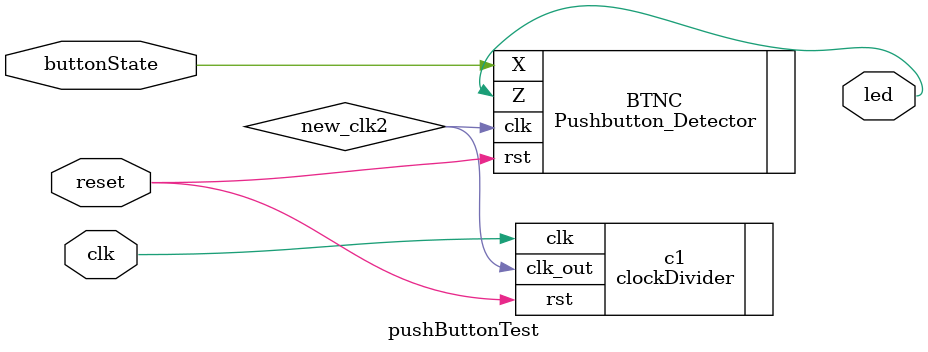
<source format=v>
`timescale 1ns / 1ps
/*******************************************************************
*
* Module: pushButtonTest.v
* Project: DigitalClock
* Author: Ahmed Abdelkader, Tony Gerges, Ahmed Abdeen
* Description: This module tests if the push Button detector works
*
* Change history: 
* 16/05/24 - Added FSM from our design
* 17/05/24 - Added the 
* 18/05/24 - Debugging
* 19/05/24 - Done


**********************************************************************/


module pushButtonTest(
   input buttonState, //0: BTNC, 1: BTNR, 2: BTNL, 3: BTNU, 4: BTND
   input clk, reset,
   output led
    );
    
    wire btn;
    
        clockDivider #(250000) c1  (.clk(clk), .rst(reset), .clk_out(new_clk2));
        Pushbutton_Detector BTNC( .X(buttonState), .clk(new_clk2) , .rst(reset), .Z(led)); 
        
   


endmodule

</source>
